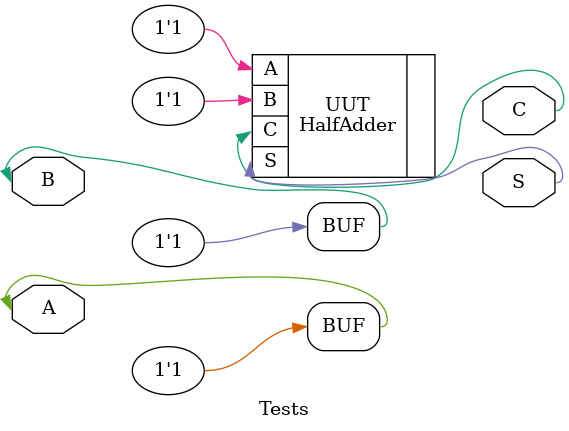
<source format=v>

module Tests (
    input A,
    input B,
    output S,
    output C
);

HalfAdder UUT (
    .A(A),
    .B(B),
    .S(S),
    .C(C)
);

initial begin
    A = 0;
    B = 0;
    #20
    A = 0;
    B = 1;
    #20
    A = 1;
    B = 0;
    #20
    A = 1;
    B = 1;
end

initial begin
    $monitor("A=%b,B=%b,S=%b,C=%b\n", A, B, S, C);
end

endmodule
</source>
